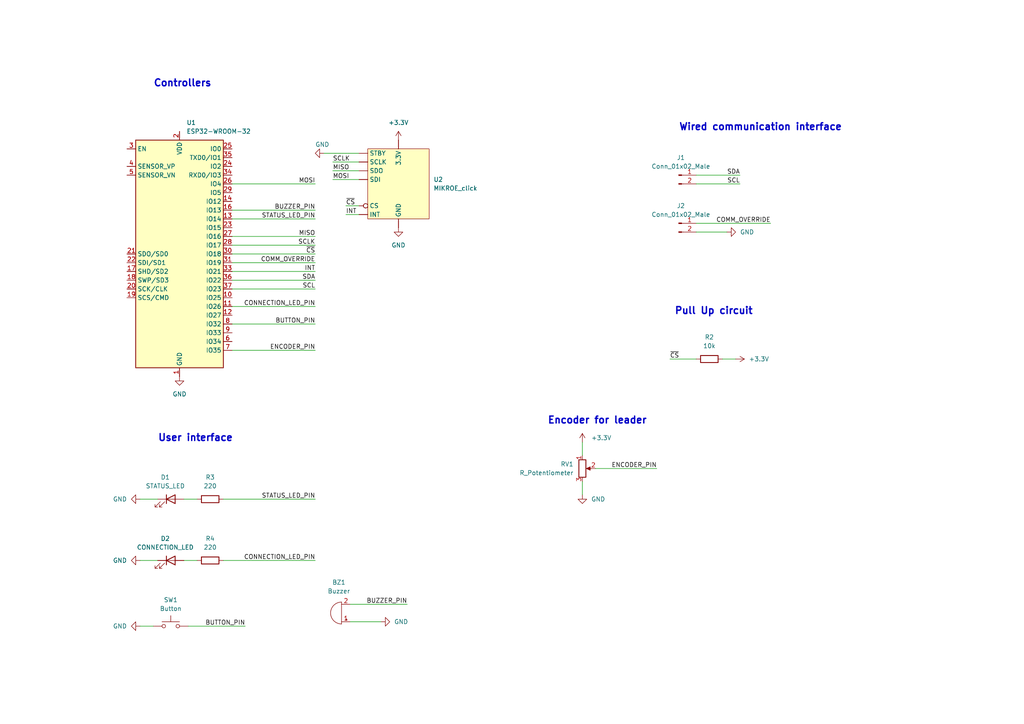
<source format=kicad_sch>
(kicad_sch (version 20211123) (generator eeschema)
  (paper "A4")
  (lib_symbols
    (symbol "Connector:Conn_01x02_Male" (pin_names (offset 1.016) hide)
      (property "Reference" "J" (at 0 2.54 0))
      (property "Value" "Conn_01x02_Male" (at 0 -5.08 0))
      (symbol "Conn_01x02_Male_1_1"
        (polyline (pts (xy 1.27 -2.54) (xy 0.8636 -2.54)) (stroke (width 0.1524)))
        (polyline (pts (xy 1.27 0) (xy 0.8636 0)) (stroke (width 0.1524)))
        (rectangle (start 0.8636 -2.413) (end 0 -2.667) (stroke (width 0.1524)) (fill (type outline)))
        (rectangle (start 0.8636 0.127) (end 0 -0.127) (stroke (width 0.1524)) (fill (type outline)))
        (pin passive line (at 5.08 0 180) (length 3.81) (name "Pin_1") (number "1"))
        (pin passive line (at 5.08 -2.54 180) (length 3.81) (name "Pin_2") (number "2"))
      )
    )
    (symbol "Device:Buzzer" (pin_names (offset 0.0254) hide)
      (property "Reference" "BZ" (at 3.81 1.27 0))
      (property "Value" "Buzzer" (at 3.81 -1.27 0))
      (symbol "Buzzer_0_1"
        (arc (start 0 -3.175) (mid 3.175 0) (end 0 3.175))
        (polyline (pts (xy -1.651 1.905) (xy -1.143 1.905)))
        (polyline (pts (xy -1.397 2.159) (xy -1.397 1.651)))
        (polyline (pts (xy 0 3.175) (xy 0 -3.175)))
      )
      (symbol "Buzzer_1_1"
        (pin passive line (at -2.54 2.54 0) (length 2.54) (name "-") (number "1"))
        (pin passive line (at -2.54 -2.54 0) (length 2.54) (name "+") (number "2"))
      )
    )
    (symbol "Device:LED" (pin_numbers hide) (pin_names (offset 1.016) hide)
      (property "Reference" "D" (at 0 2.54 0))
      (property "Value" "LED" (at 0 -2.54 0))
      (symbol "LED_0_1"
        (polyline (pts (xy -1.27 -1.27) (xy -1.27 1.27)) (stroke (width 0.254)))
        (polyline (pts (xy -1.27 0) (xy 1.27 0)))
        (polyline (pts (xy 1.27 -1.27) (xy 1.27 1.27) (xy -1.27 0) (xy 1.27 -1.27)) (stroke (width 0.254)))
        (polyline (pts (xy -3.048 -0.762) (xy -4.572 -2.286) (xy -3.81 -2.286) (xy -4.572 -2.286) (xy -4.572 -1.524)))
        (polyline (pts (xy -1.778 -0.762) (xy -3.302 -2.286) (xy -2.54 -2.286) (xy -3.302 -2.286) (xy -3.302 -1.524)))
      )
      (symbol "LED_1_1"
        (pin passive line (at -3.81 0 0) (length 2.54) (name "K") (number "1"))
        (pin passive line (at 3.81 0 180) (length 2.54) (name "A") (number "2"))
      )
    )
    (symbol "Device:R" (pin_numbers hide) (pin_names (offset 0))
      (property "Reference" "R" (at 2.032 0 90))
      (property "Value" "R" (at 0 0 90))
      (symbol "R_0_1"
        (rectangle (start -1.016 -2.54) (end 1.016 2.54) (stroke (width 0.254)))
      )
      (symbol "R_1_1"
        (pin passive line (at 0 3.81 270) (length 1.27) (name "~") (number "1"))
        (pin passive line (at 0 -3.81 90) (length 1.27) (name "~") (number "2"))
      )
    )
    (symbol "Device:R_Potentiometer" (pin_names (offset 1.016) hide)
      (property "Reference" "RV" (at -4.445 0 90))
      (property "Value" "R_Potentiometer" (at -2.54 0 90))
      (symbol "R_Potentiometer_0_1"
        (polyline (pts (xy 2.54 0) (xy 1.524 0)))
        (polyline (pts (xy 1.143 0) (xy 2.286 0.508) (xy 2.286 -0.508) (xy 1.143 0)) (fill (type outline)))
        (rectangle (start 1.016 2.54) (end -1.016 -2.54) (stroke (width 0.254)))
      )
      (symbol "R_Potentiometer_1_1"
        (pin passive line (at 0 3.81 270) (length 1.27) (name "1") (number "1"))
        (pin passive line (at 3.81 0 180) (length 1.27) (name "2") (number "2"))
        (pin passive line (at 0 -3.81 90) (length 1.27) (name "3") (number "3"))
      )
    )
    (symbol "MIKROE_click_1"
      (property "Reference" "U" (at 8.89 10.16 0))
      (property "Value" "MIKROE_click_1" (at 8.89 12.7 0))
      (symbol "MIKROE_click_1_0_1"
        (rectangle (start -8.89 7.62) (end 8.89 -12.7) (fill (type background)))
      )
      (symbol "MIKROE_click_1_1_1"
        (pin power_in line (at 0 10.16 270) (length 2.54) (name "3.3V") (number ""))
        (pin input inverted (at -11.43 -8.89 0) (length 2.54) (name "CS") (number ""))
        (pin passive line (at 0 -15.24 90) (length 2.54) (name "GND") (number ""))
        (pin output line (at -11.43 -11.43 0) (length 2.54) (name "INT") (number ""))
        (pin input line (at -11.43 3.81 0) (length 2.54) (name "SCLK") (number ""))
        (pin input line (at -11.43 -1.27 0) (length 2.54) (name "SDI") (number ""))
        (pin output line (at -11.43 1.27 0) (length 2.54) (name "SDO") (number ""))
        (pin input line (at -11.43 6.35 0) (length 2.54) (name "STBY") (number ""))
      )
    )
    (symbol "RF_Module:ESP32-WROOM-32"
      (property "Reference" "U" (at -12.7 34.29 0))
      (property "Value" "ESP32-WROOM-32" (at 1.27 34.29 0))
      (symbol "ESP32-WROOM-32_0_1"
        (rectangle (start -12.7 33.02) (end 12.7 -33.02) (stroke (width 0.254)) (fill (type background)))
      )
      (symbol "ESP32-WROOM-32_1_1"
        (pin power_in line (at 0 -35.56 90) (length 2.54) (name "GND") (number "1"))
        (pin bidirectional line (at 15.24 -12.7 180) (length 2.54) (name "IO25") (number "10"))
        (pin bidirectional line (at 15.24 -15.24 180) (length 2.54) (name "IO26") (number "11"))
        (pin bidirectional line (at 15.24 -17.78 180) (length 2.54) (name "IO27") (number "12"))
        (pin bidirectional line (at 15.24 10.16 180) (length 2.54) (name "IO14") (number "13"))
        (pin bidirectional line (at 15.24 15.24 180) (length 2.54) (name "IO12") (number "14"))
        (pin passive line (at 0 -35.56 90) (length 2.54) hide (name "GND") (number "15"))
        (pin bidirectional line (at 15.24 12.7 180) (length 2.54) (name "IO13") (number "16"))
        (pin bidirectional line (at -15.24 -5.08 0) (length 2.54) (name "SHD/SD2") (number "17"))
        (pin bidirectional line (at -15.24 -7.62 0) (length 2.54) (name "SWP/SD3") (number "18"))
        (pin bidirectional line (at -15.24 -12.7 0) (length 2.54) (name "SCS/CMD") (number "19"))
        (pin power_in line (at 0 35.56 270) (length 2.54) (name "VDD") (number "2"))
        (pin bidirectional line (at -15.24 -10.16 0) (length 2.54) (name "SCK/CLK") (number "20"))
        (pin bidirectional line (at -15.24 0 0) (length 2.54) (name "SDO/SD0") (number "21"))
        (pin bidirectional line (at -15.24 -2.54 0) (length 2.54) (name "SDI/SD1") (number "22"))
        (pin bidirectional line (at 15.24 7.62 180) (length 2.54) (name "IO15") (number "23"))
        (pin bidirectional line (at 15.24 25.4 180) (length 2.54) (name "IO2") (number "24"))
        (pin bidirectional line (at 15.24 30.48 180) (length 2.54) (name "IO0") (number "25"))
        (pin bidirectional line (at 15.24 20.32 180) (length 2.54) (name "IO4") (number "26"))
        (pin bidirectional line (at 15.24 5.08 180) (length 2.54) (name "IO16") (number "27"))
        (pin bidirectional line (at 15.24 2.54 180) (length 2.54) (name "IO17") (number "28"))
        (pin bidirectional line (at 15.24 17.78 180) (length 2.54) (name "IO5") (number "29"))
        (pin input line (at -15.24 30.48 0) (length 2.54) (name "EN") (number "3"))
        (pin bidirectional line (at 15.24 0 180) (length 2.54) (name "IO18") (number "30"))
        (pin bidirectional line (at 15.24 -2.54 180) (length 2.54) (name "IO19") (number "31"))
        (pin no_connect line (at -12.7 -27.94 0) (length 2.54) hide (name "NC") (number "32"))
        (pin bidirectional line (at 15.24 -5.08 180) (length 2.54) (name "IO21") (number "33"))
        (pin bidirectional line (at 15.24 22.86 180) (length 2.54) (name "RXD0/IO3") (number "34"))
        (pin bidirectional line (at 15.24 27.94 180) (length 2.54) (name "TXD0/IO1") (number "35"))
        (pin bidirectional line (at 15.24 -7.62 180) (length 2.54) (name "IO22") (number "36"))
        (pin bidirectional line (at 15.24 -10.16 180) (length 2.54) (name "IO23") (number "37"))
        (pin passive line (at 0 -35.56 90) (length 2.54) hide (name "GND") (number "38"))
        (pin passive line (at 0 -35.56 90) (length 2.54) hide (name "GND") (number "39"))
        (pin input line (at -15.24 25.4 0) (length 2.54) (name "SENSOR_VP") (number "4"))
        (pin input line (at -15.24 22.86 0) (length 2.54) (name "SENSOR_VN") (number "5"))
        (pin input line (at 15.24 -25.4 180) (length 2.54) (name "IO34") (number "6"))
        (pin input line (at 15.24 -27.94 180) (length 2.54) (name "IO35") (number "7"))
        (pin bidirectional line (at 15.24 -20.32 180) (length 2.54) (name "IO32") (number "8"))
        (pin bidirectional line (at 15.24 -22.86 180) (length 2.54) (name "IO33") (number "9"))
      )
    )
    (symbol "Switch:SW_Push" (pin_numbers hide) (pin_names (offset 1.016) hide)
      (property "Reference" "SW" (at 1.27 2.54 0))
      (property "Value" "SW_Push" (at 0 -1.524 0))
      (symbol "SW_Push_0_1"
        (circle (center -2.032 0) (radius 0.508))
        (polyline (pts (xy 0 1.27) (xy 0 3.048)))
        (polyline (pts (xy 2.54 1.27) (xy -2.54 1.27)))
        (circle (center 2.032 0) (radius 0.508))
        (pin passive line (at -5.08 0 0) (length 2.54) (name "1") (number "1"))
        (pin passive line (at 5.08 0 180) (length 2.54) (name "2") (number "2"))
      )
    )
    (symbol "power:+3.3V" (power) (pin_names (offset 0))
      (property "Value" "+3.3V" (at 0 3.556 0))
      (symbol "+3.3V_0_1"
        (polyline (pts (xy -0.762 1.27) (xy 0 2.54)))
        (polyline (pts (xy 0 0) (xy 0 2.54)))
        (polyline (pts (xy 0 2.54) (xy 0.762 1.27)))
      )
      (symbol "+3.3V_1_1"
        (pin power_in line (at 0 0 90) (length 0) hide (name "+3.3V") (number "1"))
      )
    )
    (symbol "power:GND" (power) (pin_names (offset 0))
      (property "Value" "GND" (at 0 -3.81 0))
      (symbol "GND_0_1"
        (polyline (pts (xy 0 0) (xy 0 -1.27) (xy 1.27 -1.27) (xy 0 -2.54) (xy -1.27 -1.27) (xy 0 -1.27)))
      )
      (symbol "GND_1_1"
        (pin power_in line (at 0 0 270) (length 0) hide (name "GND") (number "1"))
      )
    )
  )
  (wire (pts (xy 67.31 76.2) (xy 91.44 76.2)))
  (wire (pts (xy 101.6 180.34) (xy 110.49 180.34)))
  (wire (pts (xy 100.33 59.69) (xy 104.14 59.69)))
  (wire (pts (xy 67.31 88.9) (xy 91.44 88.9)))
  (wire (pts (xy 67.31 81.28) (xy 91.44 81.28)))
  (wire (pts (xy 168.91 128.27) (xy 168.91 132.08)))
  (wire (pts (xy 67.31 68.58) (xy 91.44 68.58)))
  (wire (pts (xy 201.93 64.77) (xy 223.52 64.77)))
  (wire (pts (xy 96.52 52.07) (xy 104.14 52.07)))
  (wire (pts (xy 67.31 60.96) (xy 91.44 60.96)))
  (wire (pts (xy 54.61 181.61) (xy 71.12 181.61)))
  (wire (pts (xy 40.64 181.61) (xy 44.45 181.61)))
  (wire (pts (xy 194.31 104.14) (xy 201.93 104.14)))
  (wire (pts (xy 40.64 144.78) (xy 45.72 144.78)))
  (wire (pts (xy 100.33 62.23) (xy 104.14 62.23)))
  (wire (pts (xy 172.72 135.89) (xy 190.5 135.89)))
  (wire (pts (xy 93.98 44.45) (xy 104.14 44.45)))
  (wire (pts (xy 67.31 78.74) (xy 91.44 78.74)))
  (wire (pts (xy 67.31 93.98) (xy 91.44 93.98)))
  (wire (pts (xy 67.31 83.82) (xy 91.44 83.82)))
  (wire (pts (xy 168.91 139.7) (xy 168.91 143.51)))
  (wire (pts (xy 213.36 104.14) (xy 209.55 104.14)))
  (wire (pts (xy 101.6 175.26) (xy 118.11 175.26)))
  (wire (pts (xy 53.34 162.56) (xy 57.15 162.56)))
  (wire (pts (xy 64.77 162.56) (xy 91.44 162.56)))
  (wire (pts (xy 67.31 71.12) (xy 91.44 71.12)))
  (wire (pts (xy 67.31 53.34) (xy 91.44 53.34)))
  (wire (pts (xy 201.93 53.34) (xy 214.63 53.34)))
  (wire (pts (xy 67.31 63.5) (xy 91.44 63.5)))
  (wire (pts (xy 201.93 50.8) (xy 214.63 50.8)))
  (wire (pts (xy 40.64 162.56) (xy 45.72 162.56)))
  (wire (pts (xy 96.52 46.99) (xy 104.14 46.99)))
  (wire (pts (xy 53.34 144.78) (xy 57.15 144.78)))
  (wire (pts (xy 201.93 67.31) (xy 210.82 67.31)))
  (wire (pts (xy 67.31 73.66) (xy 91.44 73.66)))
  (wire (pts (xy 64.77 144.78) (xy 91.44 144.78)))
  (wire (pts (xy 67.31 101.6) (xy 91.44 101.6)))
  (wire (pts (xy 96.52 49.53) (xy 104.14 49.53)))
  (text "Controllers" (at 44.45 25.4 0) (effects (font (size 2 2) (thickness 0.4) bold) (justify left bottom)))
  (text "Encoder for leader" (at 158.75 123.19 0) (effects (font (size 2 2) (thickness 0.4) bold) (justify left bottom)))
  (text "User interface" (at 45.72 128.27 0) (effects (font (size 2 2) (thickness 0.4) bold) (justify left bottom)))
  (text "Pull Up circuit" (at 195.58 91.44 0) (effects (font (size 2 2) (thickness 0.4) bold) (justify left bottom)))
  (text "Wired communication interface" (at 196.85 38.1 0) (effects (font (size 2 2) (thickness 0.4) bold) (justify left bottom)))
  (label "~{CS}" (at 100.33 59.69 0))
  (label "~{CS}" (at 194.31 104.14 0))
  (label "SCL" (at 91.44 83.82 180))
  (label "BUTTON_PIN" (at 71.12 181.61 180))
  (label "SCL" (at 214.63 53.34 180))
  (label "COMM_OVERRIDE" (at 223.52 64.77 180))
  (label "CONNECTION_LED_PIN" (at 91.44 88.9 180))
  (label "SCLK" (at 96.52 46.99 0))
  (label "ENCODER_PIN" (at 91.44 101.6 180))
  (label "INT" (at 91.44 78.74 180))
  (label "INT" (at 100.33 62.23 0))
  (label "~{CS}" (at 91.44 73.66 180))
  (label "SCLK" (at 91.44 71.12 180))
  (label "MISO" (at 96.52 49.53 0))
  (label "MOSI" (at 91.44 53.34 180))
  (label "BUTTON_PIN" (at 91.44 93.98 180))
  (label "STATUS_LED_PIN" (at 91.44 63.5 180))
  (label "SDA" (at 214.63 50.8 180))
  (label "STATUS_LED_PIN" (at 91.44 144.78 180))
  (label "COMM_OVERRIDE" (at 91.44 76.2 180))
  (label "CONNECTION_LED_PIN" (at 91.44 162.56 180))
  (label "BUZZER_PIN" (at 118.11 175.26 180))
  (label "SDA" (at 91.44 81.28 180))
  (label "MISO" (at 91.44 68.58 180))
  (label "MOSI" (at 96.52 52.07 0))
  (label "BUZZER_PIN" (at 91.44 60.96 180))
  (label "ENCODER_PIN" (at 190.5 135.89 180))
  (symbol (lib_id "power:+3.3V") (at 213.36 104.14 270) (unit 1)
    (property "Reference" "#PWR?" (effects hide))
    (property "Value" "+3.3V" (at 217.17 104.1399 90) (effects (justify left)))
  )
  (symbol (lib_id "Device:LED") (at 49.53 162.56 0) (unit 1)
    (property "Reference" "D2" (at 47.9425 156.21 0))
    (property "Value" "CONNECTION_LED" (at 47.9425 158.75 0))
  )
  (symbol (lib_id "power:GND") (at 40.64 144.78 270) (unit 1)
    (property "Reference" "#PWR?" (effects hide))
    (property "Value" "GND" (at 36.83 144.7799 90) (effects (justify right)))
  )
  (symbol (lib_id "power:GND") (at 168.91 143.51 0) (unit 1)
    (property "Reference" "#PWR?" (effects hide))
    (property "Value" "GND" (at 171.45 144.7799 0) (effects (justify left)))
  )
  (symbol (lib_id "power:GND") (at 93.98 44.45 270) (unit 1)
    (property "Reference" "#PWR?" (effects hide))
    (property "Value" "GND" (at 91.44 41.91 90) (effects (justify left)))
  )
  (symbol (lib_id "power:+3.3V") (at 115.57 40.64 0) (unit 1)
    (property "Reference" "#PWR?" (effects hide))
    (property "Value" "+3.3V" (at 115.57 35.56 0))
  )
  (symbol (lib_id "Connector:Conn_01x02_Male") (at 196.85 64.77 0) (unit 1)
    (property "Reference" "J2" (at 197.485 59.69 0))
    (property "Value" "Conn_01x02_Male" (at 197.485 62.23 0))
  )
  (symbol (lib_id "power:GND") (at 52.07 109.22 0) (unit 1)
    (property "Reference" "#PWR?" (effects hide))
    (property "Value" "GND" (at 52.07 114.3 0))
  )
  (symbol (lib_id "Connector:Conn_01x02_Male") (at 196.85 50.8 0) (unit 1)
    (property "Reference" "J1" (at 197.485 45.72 0))
    (property "Value" "Conn_01x02_Male" (at 197.485 48.26 0))
  )
  (symbol (lib_id "power:+3.3V") (at 168.91 128.27 0) (unit 1)
    (property "Reference" "#PWR?" (effects hide))
    (property "Value" "+3.3V" (at 171.45 126.9999 0) (effects (justify left)))
  )
  (symbol (lib_id "Switch:SW_Push") (at 49.53 181.61 0) (unit 1)
    (property "Reference" "SW1" (at 49.53 173.99 0))
    (property "Value" "Button" (at 49.53 176.53 0))
  )
  (symbol (lib_id "power:GND") (at 115.57 66.04 0) (unit 1)
    (property "Reference" "#PWR?" (effects hide))
    (property "Value" "GND" (at 115.57 71.12 0))
  )
  (symbol (lib_id "power:GND") (at 40.64 162.56 270) (unit 1)
    (property "Reference" "#PWR?" (effects hide))
    (property "Value" "GND" (at 36.83 162.5599 90) (effects (justify right)))
  )
  (symbol (lib_id "Device:LED") (at 49.53 144.78 0) (unit 1)
    (property "Reference" "D1" (at 47.9425 138.43 0))
    (property "Value" "STATUS_LED" (at 47.9425 140.97 0))
  )
  (symbol (lib_id "RF_Module:ESP32-WROOM-32") (at 52.07 73.66 0) (unit 1)
    (property "Reference" "U1" (at 54.0894 35.56 0) (effects (justify left)))
    (property "Value" "ESP32-WROOM-32" (at 54.0894 38.1 0) (effects (justify left)))
    (property "Footprint" "RF_Module:ESP32-WROOM-32" (effects hide))
    (property "Datasheet" "https://www.espressif.com/sites/default/files/documentation/esp32-wroom-32_datasheet_en.pdf" (effects hide))
  )
  (symbol (lib_name "MIKROE_click_1") (lib_id "custom_lib:MIKROE_click") (at 115.57 50.8 0) (unit 1)
    (property "Reference" "U2" (at 125.73 52.0699 0) (effects (justify left)))
    (property "Value" "MIKROE_click" (at 125.73 54.6099 0) (effects (justify left)))
  )
  (symbol (lib_id "power:GND") (at 40.64 181.61 270) (unit 1)
    (property "Reference" "#PWR?" (effects hide))
    (property "Value" "GND" (at 36.83 181.6099 90) (effects (justify right)))
  )
  (symbol (lib_id "Device:Buzzer") (at 99.06 177.8 180) (unit 1)
    (property "Reference" "BZ1" (at 98.298 168.91 0))
    (property "Value" "Buzzer" (at 98.298 171.45 0))
  )
  (symbol (lib_id "Device:R") (at 205.74 104.14 90) (unit 1)
    (property "Reference" "R2" (at 205.74 97.79 90))
    (property "Value" "10k" (at 205.74 100.33 90))
  )
  (symbol (lib_id "power:GND") (at 110.49 180.34 90) (unit 1)
    (property "Reference" "#PWR?" (effects hide))
    (property "Value" "GND" (at 114.3 180.3399 90) (effects (justify right)))
  )
  (symbol (lib_id "Device:R") (at 60.96 162.56 90) (unit 1)
    (property "Reference" "R4" (at 60.96 156.21 90))
    (property "Value" "220" (at 60.96 158.75 90))
  )
  (symbol (lib_id "power:GND") (at 210.82 67.31 90) (unit 1)
    (property "Reference" "#PWR?" (effects hide))
    (property "Value" "GND" (at 214.63 67.3099 90) (effects (justify right)))
  )
  (symbol (lib_id "Device:R_Potentiometer") (at 168.91 135.89 0) (unit 1)
    (property "Reference" "RV1" (at 166.37 134.6199 0) (effects (justify right)))
    (property "Value" "R_Potentiometer" (at 166.37 137.1599 0) (effects (justify right)))
  )
  (symbol (lib_id "Device:R") (at 60.96 144.78 90) (unit 1)
    (property "Reference" "R3" (at 60.96 138.43 90))
    (property "Value" "220" (at 60.96 140.97 90))
  )
)
</source>
